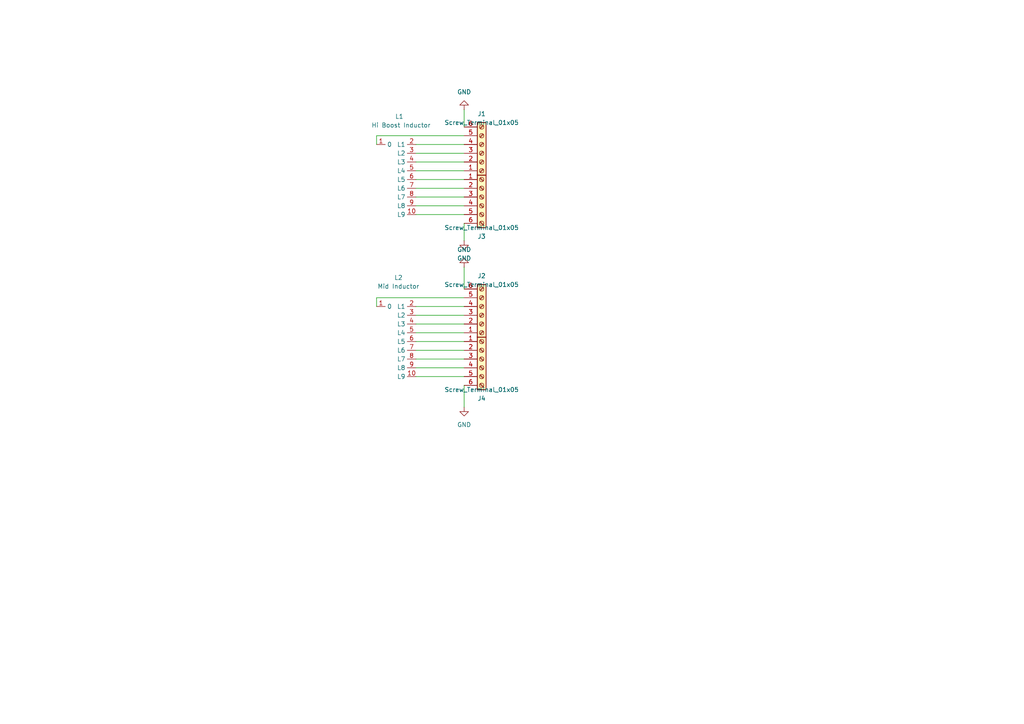
<source format=kicad_sch>
(kicad_sch (version 20231120) (generator "eeschema") (generator_version "8.0")
  (paper "A4")
  (lib_symbols
    (symbol "Connector:Screw_Terminal_01x06" (pin_names (offset 1.016) hide)
      (property "Reference" "J" (at 0 7.62 0))
      (property "Value" "Screw_Terminal_01x06" (at 0 -10.16 0))
      (symbol "Screw_Terminal_01x06_1_1"
        (rectangle (start -1.27 6.35) (end 1.27 -8.89) (stroke (width 0.254)) (fill (type background)))
        (circle (center 0 -7.62) (radius 0.635) (stroke (width 0.1524)))
        (circle (center 0 -5.08) (radius 0.635) (stroke (width 0.1524)))
        (circle (center 0 -2.54) (radius 0.635) (stroke (width 0.1524)))
        (polyline (pts (xy -0.5334 -7.2898) (xy 0.3302 -8.128)) (stroke (width 0.1524)))
        (polyline (pts (xy -0.5334 -4.7498) (xy 0.3302 -5.588)) (stroke (width 0.1524)))
        (polyline (pts (xy -0.5334 -2.2098) (xy 0.3302 -3.048)) (stroke (width 0.1524)))
        (polyline (pts (xy -0.5334 0.3302) (xy 0.3302 -0.508)) (stroke (width 0.1524)))
        (polyline (pts (xy -0.5334 2.8702) (xy 0.3302 2.032)) (stroke (width 0.1524)))
        (polyline (pts (xy -0.5334 5.4102) (xy 0.3302 4.572)) (stroke (width 0.1524)))
        (polyline (pts (xy -0.3556 -7.112) (xy 0.508 -7.9502)) (stroke (width 0.1524)))
        (polyline (pts (xy -0.3556 -4.572) (xy 0.508 -5.4102)) (stroke (width 0.1524)))
        (polyline (pts (xy -0.3556 -2.032) (xy 0.508 -2.8702)) (stroke (width 0.1524)))
        (polyline (pts (xy -0.3556 0.508) (xy 0.508 -0.3302)) (stroke (width 0.1524)))
        (polyline (pts (xy -0.3556 3.048) (xy 0.508 2.2098)) (stroke (width 0.1524)))
        (polyline (pts (xy -0.3556 5.588) (xy 0.508 4.7498)) (stroke (width 0.1524)))
        (circle (center 0 0) (radius 0.635) (stroke (width 0.1524)))
        (circle (center 0 2.54) (radius 0.635) (stroke (width 0.1524)))
        (circle (center 0 5.08) (radius 0.635) (stroke (width 0.1524)))
        (pin passive line (at -5.08 5.08 0) (length 3.81) (name "Pin_1") (number "1"))
        (pin passive line (at -5.08 2.54 0) (length 3.81) (name "Pin_2") (number "2"))
        (pin passive line (at -5.08 0 0) (length 3.81) (name "Pin_3") (number "3"))
        (pin passive line (at -5.08 -2.54 0) (length 3.81) (name "Pin_4") (number "4"))
        (pin passive line (at -5.08 -5.08 0) (length 3.81) (name "Pin_5") (number "5"))
        (pin passive line (at -5.08 -7.62 0) (length 3.81) (name "Pin_6") (number "6"))
      )
    )
    (symbol "multi-inductor_1"
      (property "Reference" "L" (at 0 7.62 0))
      (symbol "multi-inductor_1_1_1"
        (pin input line (at -6.35 -2.54 0) (length 2.54) (name "0") (number "1"))
        (pin output line (at 5.08 -22.86 180) (length 2.54) (name "L9") (number "10"))
        (pin output line (at 5.08 -2.54 180) (length 2.54) (name "L1") (number "2"))
        (pin output line (at 5.08 -5.08 180) (length 2.54) (name "L2") (number "3"))
        (pin output line (at 5.08 -7.62 180) (length 2.54) (name "L3") (number "4"))
        (pin output line (at 5.08 -10.16 180) (length 2.54) (name "L4") (number "5"))
        (pin output line (at 5.08 -12.7 180) (length 2.54) (name "L5") (number "6"))
        (pin output line (at 5.08 -15.24 180) (length 2.54) (name "L6") (number "7"))
        (pin output line (at 5.08 -17.78 180) (length 2.54) (name "L7") (number "8"))
        (pin output line (at 5.08 -20.32 180) (length 2.54) (name "L8") (number "9"))
      )
    )
    (symbol "ol-symbols:multi-inductor"
      (property "Reference" "Inductor" (at 0 0 0))
      (symbol "multi-inductor_1_1"
        (pin input line (at -6.35 -2.54 0) (length 2.54) (name "0") (number "1"))
        (pin output line (at 5.08 -22.86 180) (length 2.54) (name "L9") (number "10"))
        (pin output line (at 5.08 -2.54 180) (length 2.54) (name "L1") (number "2"))
        (pin output line (at 5.08 -5.08 180) (length 2.54) (name "L2") (number "3"))
        (pin output line (at 5.08 -7.62 180) (length 2.54) (name "L3") (number "4"))
        (pin output line (at 5.08 -10.16 180) (length 2.54) (name "L4") (number "5"))
        (pin output line (at 5.08 -12.7 180) (length 2.54) (name "L5") (number "6"))
        (pin output line (at 5.08 -15.24 180) (length 2.54) (name "L6") (number "7"))
        (pin output line (at 5.08 -17.78 180) (length 2.54) (name "L7") (number "8"))
        (pin output line (at 5.08 -20.32 180) (length 2.54) (name "L8") (number "9"))
      )
    )
    (symbol "power:GND" (power) (pin_numbers hide) (pin_names (offset 0) hide)
      (property "Value" "GND" (at 0 -3.81 0))
      (symbol "GND_0_1"
        (polyline (pts (xy 0 0) (xy 0 -1.27) (xy 1.27 -1.27) (xy 0 -2.54) (xy -1.27 -1.27) (xy 0 -1.27)))
      )
      (symbol "GND_1_1"
        (pin power_in line (at 0 0 270) (length 0) (name "~") (number "1"))
      )
    )
  )
  (wire (pts (xy 120.65 104.14) (xy 134.62 104.14)))
  (wire (pts (xy 120.65 99.06) (xy 134.62 99.06)))
  (wire (pts (xy 120.65 59.69) (xy 134.62 59.69)))
  (wire (pts (xy 120.65 96.52) (xy 134.62 96.52)))
  (wire (pts (xy 109.22 41.91) (xy 109.22 39.37)))
  (wire (pts (xy 120.65 44.45) (xy 134.62 44.45)))
  (wire (pts (xy 120.65 46.99) (xy 134.62 46.99)))
  (wire (pts (xy 120.65 52.07) (xy 134.62 52.07)))
  (wire (pts (xy 120.65 93.98) (xy 134.62 93.98)))
  (wire (pts (xy 134.62 64.77) (xy 134.62 69.85)))
  (wire (pts (xy 134.62 77.47) (xy 134.62 83.82)))
  (wire (pts (xy 120.65 101.6) (xy 134.62 101.6)))
  (wire (pts (xy 120.65 91.44) (xy 134.62 91.44)))
  (wire (pts (xy 120.65 54.61) (xy 134.62 54.61)))
  (wire (pts (xy 120.65 49.53) (xy 134.62 49.53)))
  (wire (pts (xy 120.65 62.23) (xy 134.62 62.23)))
  (wire (pts (xy 109.22 86.36) (xy 134.62 86.36)))
  (wire (pts (xy 120.65 41.91) (xy 134.62 41.91)))
  (wire (pts (xy 120.65 57.15) (xy 134.62 57.15)))
  (wire (pts (xy 109.22 39.37) (xy 134.62 39.37)))
  (wire (pts (xy 109.22 86.36) (xy 109.22 88.9)))
  (wire (pts (xy 120.65 88.9) (xy 134.62 88.9)))
  (wire (pts (xy 134.62 111.76) (xy 134.62 118.11)))
  (wire (pts (xy 134.62 31.75) (xy 134.62 36.83)))
  (wire (pts (xy 120.65 106.68) (xy 134.62 106.68)))
  (wire (pts (xy 120.65 109.22) (xy 134.62 109.22)))
  (symbol (lib_id "ol-symbols:multi-inductor") (at 115.57 86.36 0) (unit 1)
    (property "Reference" "L2" (at 115.57 80.518 0))
    (property "Value" "Mid Inductor" (at 115.57 83.058 0))
    (property "Footprint" "OL Library:multi-inductor_EE16_10pin" (effects (hide yes)))
  )
  (symbol (lib_id "power:GND") (at 134.62 69.85 0) (unit 1)
    (property "Reference" "#PWR01" (effects (hide yes)))
    (property "Value" "GND" (at 134.62 74.93 0))
    (property "Description" "Power symbol creates a global label with name \"GND\" , ground" (effects (hide yes)))
  )
  (symbol (lib_id "Connector:Screw_Terminal_01x06") (at 139.7 57.15 0) (unit 1)
    (property "Reference" "J3" (at 139.7 68.58 0))
    (property "Value" "Screw_Terminal_01x05" (at 139.7 66.04 0))
    (property "Footprint" "OL Library:TerminalBlock_Phoenix_MKDS-1,5-6_1x06_P5.00mm_Horizontal_Fat_Pad" (effects (hide yes)))
    (property "Description" "Generic screw terminal, single row, 01x06, script generated (kicad-library-utils/schlib/autogen/connector/)" (effects (hide yes)))
  )
  (symbol (lib_id "Connector:Screw_Terminal_01x06") (at 139.7 44.45 0) (mirror x) (unit 1)
    (property "Reference" "J1" (at 139.7 33.02 0))
    (property "Value" "Screw_Terminal_01x05" (at 139.7 35.56 0))
    (property "Footprint" "OL Library:TerminalBlock_Phoenix_MKDS-1,5-6_1x06_P5.00mm_Horizontal_Fat_Pad" (effects (hide yes)))
    (property "Description" "Generic screw terminal, single row, 01x06, script generated (kicad-library-utils/schlib/autogen/connector/)" (effects (hide yes)))
  )
  (symbol (lib_id "power:GND") (at 134.62 118.11 0) (unit 1)
    (property "Reference" "#PWR02" (effects (hide yes)))
    (property "Value" "GND" (at 134.62 123.19 0))
    (property "Description" "Power symbol creates a global label with name \"GND\" , ground" (effects (hide yes)))
  )
  (symbol (lib_id "power:GND") (at 134.62 31.75 180) (unit 1)
    (property "Reference" "#PWR03" (effects (hide yes)))
    (property "Value" "GND" (at 134.62 26.67 0))
    (property "Description" "Power symbol creates a global label with name \"GND\" , ground" (effects (hide yes)))
  )
  (symbol (lib_id "Connector:Screw_Terminal_01x06") (at 139.7 91.44 0) (mirror x) (unit 1)
    (property "Reference" "J2" (at 139.7 80.01 0))
    (property "Value" "Screw_Terminal_01x05" (at 139.7 82.55 0))
    (property "Footprint" "OL Library:TerminalBlock_Phoenix_MKDS-1,5-6_1x06_P5.00mm_Horizontal_Fat_Pad" (effects (hide yes)))
    (property "Description" "Generic screw terminal, single row, 01x06, script generated (kicad-library-utils/schlib/autogen/connector/)" (effects (hide yes)))
  )
  (symbol (lib_id "power:GND") (at 134.62 77.47 180) (unit 1)
    (property "Reference" "#PWR04" (effects (hide yes)))
    (property "Value" "GND" (at 134.62 72.39 0))
    (property "Description" "Power symbol creates a global label with name \"GND\" , ground" (effects (hide yes)))
  )
  (symbol (lib_id "Connector:Screw_Terminal_01x06") (at 139.7 104.14 0) (unit 1)
    (property "Reference" "J4" (at 139.7 115.57 0))
    (property "Value" "Screw_Terminal_01x05" (at 139.7 113.03 0))
    (property "Footprint" "OL Library:TerminalBlock_Phoenix_MKDS-1,5-6_1x06_P5.00mm_Horizontal_Fat_Pad" (effects (hide yes)))
    (property "Description" "Generic screw terminal, single row, 01x06, script generated (kicad-library-utils/schlib/autogen/connector/)" (effects (hide yes)))
  )
  (symbol (lib_name "multi-inductor_1") (lib_id "ol-symbols:multi-inductor") (at 115.57 39.37 0) (unit 1)
    (property "Reference" "L1" (at 115.824 33.782 0))
    (property "Value" "Hi Boost Inductor" (at 116.332 36.322 0))
    (property "Footprint" "OL Library:multi-inductor_EE16_10pin" (effects (hide yes)))
  )
)
</source>
